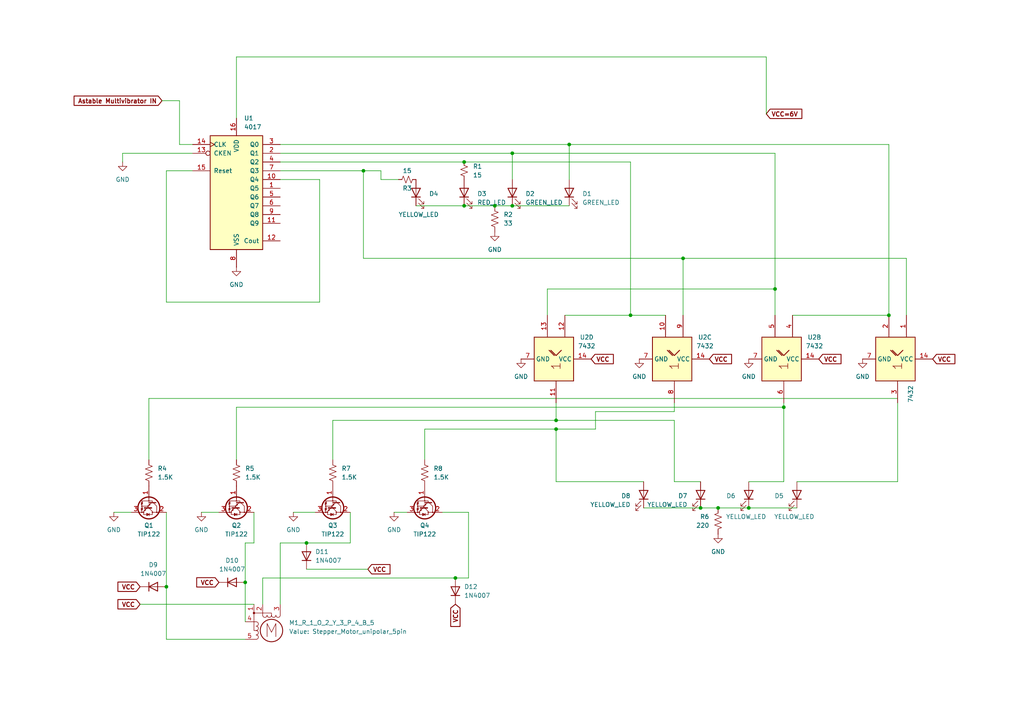
<source format=kicad_sch>
(kicad_sch (version 20231120) (generator "eeschema") (generator_version "8.0")
  (paper "A4")
  (title_block (title "Electromechanical Stopwatch") (date "2024-05-20"))
  (lib_symbols
    (symbol "4xxx:4017" (pin_names (offset 1.016))
      (property "Reference" "U" (at -7.62 16.51 0))
      (property "Value" "4017" (at -7.62 -19.05 0))
      (symbol "4017_1_0"
        (pin output line (at 12.7 0 180) (length 5.08) (name "Q5") (number "1"))
        (pin output line (at 12.7 2.54 180) (length 5.08) (name "Q4") (number "10"))
        (pin output line (at 12.7 -10.16 180) (length 5.08) (name "Q9") (number "11"))
        (pin output line (at 12.7 -15.24 180) (length 5.08) (name "Cout") (number "12"))
        (pin input inverted (at -12.7 10.16 0) (length 5.08) (name "CKEN") (number "13"))
        (pin input clock (at -12.7 12.7 0) (length 5.08) (name "CLK") (number "14"))
        (pin input line (at -12.7 5.08 0) (length 5.08) (name "Reset") (number "15"))
        (pin power_in line (at 0 20.32 270) (length 5.08) (name "VDD") (number "16"))
        (pin output line (at 12.7 10.16 180) (length 5.08) (name "Q1") (number "2"))
        (pin output line (at 12.7 12.7 180) (length 5.08) (name "Q0") (number "3"))
        (pin output line (at 12.7 7.62 180) (length 5.08) (name "Q2") (number "4"))
        (pin output line (at 12.7 -2.54 180) (length 5.08) (name "Q6") (number "5"))
        (pin output line (at 12.7 -5.08 180) (length 5.08) (name "Q7") (number "6"))
        (pin output line (at 12.7 5.08 180) (length 5.08) (name "Q3") (number "7"))
        (pin power_in line (at 0 -22.86 90) (length 5.08) (name "VSS") (number "8"))
        (pin output line (at 12.7 -7.62 180) (length 5.08) (name "Q8") (number "9"))
      )
      (symbol "4017_1_1"
        (rectangle (start -7.62 15.24) (end 7.62 -17.78) (stroke (width 0.254)) (fill (type background)))
      )
    )
    (symbol "74xx_IEEE:7432"
      (property "Reference" "U" (at 2.54 6.35 0))
      (property "Value" "7432" (at 3.81 -7.62 0))
      (symbol "7432_0_1"
        (rectangle (start -6.35 5.08) (end 6.35 -6.35) (stroke (width 0.254)) (fill (type background)))
        (polyline (pts (xy -2.54 -2.032) (xy -1.016 -0.508) (xy -1.016 -0.508)) (stroke (width 0.254)) (fill (type background)))
        (polyline (pts (xy -2.54 1.524) (xy -2.54 1.524) (xy -1.016 0) (xy -2.54 -1.524) (xy -2.54 -1.524)) (stroke (width 0.254)) (fill (type background)))
        (text "1" (at 2.032 0 0) (effects (font (size 2.54 2.54))))
        (pin power_in line (at 0 10.16 270) (length 5.08) (name "VCC") (number "14"))
        (pin power_in line (at 0 -10.16 90) (length 3.81) (name "GND") (number "7"))
      )
      (symbol "7432_1_1"
        (pin input line (at -12.7 2.54 0) (length 6.35) (name "~") (number "1"))
        (pin input line (at -12.7 -2.54 0) (length 6.35) (name "~") (number "2"))
        (pin output line (at 12.7 0 180) (length 6.35) (name "~") (number "3"))
      )
      (symbol "7432_2_1"
        (pin input line (at -12.7 2.54 0) (length 6.35) (name "~") (number "4"))
        (pin input line (at -12.7 -2.54 0) (length 6.35) (name "~") (number "5"))
        (pin output line (at 12.7 0 180) (length 6.35) (name "~") (number "6"))
      )
      (symbol "7432_3_1"
        (pin input line (at -12.7 -2.54 0) (length 6.35) (name "~") (number "10"))
        (pin output line (at 12.7 0 180) (length 6.35) (name "~") (number "8"))
        (pin input line (at -12.7 2.54 0) (length 6.35) (name "~") (number "9"))
      )
      (symbol "7432_4_1"
        (pin output line (at 12.7 0 180) (length 6.35) (name "~") (number "11"))
        (pin input line (at -12.7 2.54 0) (length 6.35) (name "~") (number "12"))
        (pin input line (at -12.7 -2.54 0) (length 6.35) (name "~") (number "13"))
      )
    )
    (symbol "Device:LED" (pin_numbers hide) (pin_names (offset 1.016) hide)
      (property "Reference" "D" (at 0 2.54 0))
      (property "Value" "LED" (at 0 -2.54 0))
      (symbol "LED_0_1"
        (polyline (pts (xy -1.27 -1.27) (xy -1.27 1.27)) (stroke (width 0.254)))
        (polyline (pts (xy -1.27 0) (xy 1.27 0)))
        (polyline (pts (xy 1.27 -1.27) (xy 1.27 1.27) (xy -1.27 0) (xy 1.27 -1.27)) (stroke (width 0.254)))
        (polyline (pts (xy -3.048 -0.762) (xy -4.572 -2.286) (xy -3.81 -2.286) (xy -4.572 -2.286) (xy -4.572 -1.524)))
        (polyline (pts (xy -1.778 -0.762) (xy -3.302 -2.286) (xy -2.54 -2.286) (xy -3.302 -2.286) (xy -3.302 -1.524)))
      )
      (symbol "LED_1_1"
        (pin passive line (at -3.81 0 0) (length 2.54) (name "K") (number "1"))
        (pin passive line (at 3.81 0 180) (length 2.54) (name "A") (number "2"))
      )
    )
    (symbol "Device:R_Small_US" (pin_numbers hide) (pin_names (offset 0.254) hide)
      (property "Reference" "R" (at 0.762 0.508 0))
      (property "Value" "R_Small_US" (at 0.762 -1.016 0))
      (symbol "R_Small_US_1_1"
        (polyline (pts (xy 0 0) (xy 1.016 -0.381) (xy 0 -0.762) (xy -1.016 -1.143) (xy 0 -1.524)))
        (polyline (pts (xy 0 1.524) (xy 1.016 1.143) (xy 0 0.762) (xy -1.016 0.381) (xy 0 0)))
        (pin passive line (at 0 2.54 270) (length 1.016) (name "~") (number "1"))
        (pin passive line (at 0 -2.54 90) (length 1.016) (name "~") (number "2"))
      )
    )
    (symbol "Device:R_US" (pin_numbers hide) (pin_names (offset 0))
      (property "Reference" "R" (at 2.54 0 90))
      (property "Value" "R_US" (at -2.54 0 90))
      (symbol "R_US_0_1"
        (polyline (pts (xy 0 -2.286) (xy 0 -2.54)))
        (polyline (pts (xy 0 2.286) (xy 0 2.54)))
        (polyline (pts (xy 0 -0.762) (xy 1.016 -1.143) (xy 0 -1.524) (xy -1.016 -1.905) (xy 0 -2.286)))
        (polyline (pts (xy 0 0.762) (xy 1.016 0.381) (xy 0 0) (xy -1.016 -0.381) (xy 0 -0.762)))
        (polyline (pts (xy 0 2.286) (xy 1.016 1.905) (xy 0 1.524) (xy -1.016 1.143) (xy 0 0.762)))
      )
      (symbol "R_US_1_1"
        (pin passive line (at 0 3.81 270) (length 1.27) (name "~") (number "1"))
        (pin passive line (at 0 -3.81 90) (length 1.27) (name "~") (number "2"))
      )
    )
    (symbol "Diode:1N4007" (pin_numbers hide) (pin_names hide)
      (property "Reference" "D" (at 0 2.54 0))
      (property "Value" "1N4007" (at 0 -2.54 0))
      (symbol "1N4007_0_1"
        (polyline (pts (xy -1.27 1.27) (xy -1.27 -1.27)) (stroke (width 0.254)))
        (polyline (pts (xy 1.27 0) (xy -1.27 0)))
        (polyline (pts (xy 1.27 1.27) (xy 1.27 -1.27) (xy -1.27 0) (xy 1.27 1.27)) (stroke (width 0.254)))
      )
      (symbol "1N4007_1_1"
        (pin passive line (at -3.81 0 0) (length 2.54) (name "K") (number "1"))
        (pin passive line (at 3.81 0 180) (length 2.54) (name "A") (number "2"))
      )
    )
    (symbol "Motor:Stepper_Motor_unipolar_5pin" (pin_names (offset 0) hide)
      (property "Reference" "M" (at 3.81 2.54 0))
      (property "Value" "Stepper_Motor_unipolar_5pin" (at 3.81 1.27 0))
      (symbol "Stepper_Motor_unipolar_5pin_0_0"
        (polyline (pts (xy -1.27 -1.778) (xy -1.27 2.032) (xy 0 -0.508) (xy 1.27 2.032) (xy 1.27 -1.778)))
      )
      (symbol "Stepper_Motor_unipolar_5pin_0_1"
        (circle (center -5.08 5.08) (radius 0.0001) (fill (type outline)))
        (circle (center -5.08 5.08) (radius 0.254) (fill (type outline)))
        (arc (start -4.445 -2.54) (mid -3.8127 -1.905) (end -4.445 -1.27))
        (arc (start -4.445 -1.27) (mid -3.8127 -0.635) (end -4.445 0))
        (arc (start -4.445 0) (mid -3.8127 0.635) (end -4.445 1.27))
        (arc (start -4.445 1.27) (mid -3.8127 1.905) (end -4.445 2.54))
        (arc (start -2.54 4.445) (mid -1.905 3.8127) (end -1.27 4.445))
        (arc (start -1.27 4.445) (mid -0.635 3.8127) (end 0 4.445))
        (polyline (pts (xy -5.08 -2.54) (xy -4.445 -2.54)))
        (polyline (pts (xy -5.08 2.54) (xy -4.445 2.54)))
        (polyline (pts (xy -2.54 4.445) (xy -2.54 5.08)))
        (polyline (pts (xy 2.54 4.445) (xy 2.54 5.08)))
        (polyline (pts (xy -5.08 5.08) (xy -5.08 0) (xy -4.445 0)))
        (polyline (pts (xy 0 4.445) (xy 0 5.08) (xy -5.08 5.08)))
        (circle (center 0 0) (radius 3.2512) (stroke (width 0.254)))
        (arc (start 0 4.445) (mid 0.635 3.8127) (end 1.27 4.445))
        (arc (start 1.27 4.445) (mid 1.905 3.8127) (end 2.54 4.445))
      )
      (symbol "Stepper_Motor_unipolar_5pin_1_1"
        (pin passive line (at -5.08 7.62 270) (length 2.54) (name "~") (number "1"))
        (pin passive line (at -2.54 7.62 270) (length 2.54) (name "~") (number "2"))
        (pin passive line (at 2.54 7.62 270) (length 2.54) (name "-") (number "3"))
        (pin passive line (at -7.62 2.54 0) (length 2.54) (name "~") (number "4"))
        (pin passive line (at -7.62 -2.54 0) (length 2.54) (name "~") (number "5"))
      )
    )
    (symbol "Transistor_BJT:TIP122" (pin_names (offset 0) hide)
      (property "Reference" "Q" (at 5.08 1.905 0))
      (property "Value" "TIP122" (at 5.08 0 0))
      (symbol "TIP122_0_1"
        (circle (center -0.762 0) (radius 0.127))
        (polyline (pts (xy -1.27 0) (xy -0.889 0)))
        (polyline (pts (xy 2.54 -2.032) (xy 2.54 -2.54)))
        (polyline (pts (xy 2.54 -1.524) (xy 3.175 -1.524)))
        (polyline (pts (xy 2.794 0.127) (xy 3.556 0.127)))
        (polyline (pts (xy 3.175 -0.635) (xy 3.175 -1.524)))
        (polyline (pts (xy 3.175 1.016) (xy 2.54 1.016)))
        (polyline (pts (xy 3.175 1.016) (xy 3.175 0.127)))
        (polyline (pts (xy -0.254 0.762) (xy 0.762 -0.254) (xy 1.27 -0.254)))
        (polyline (pts (xy -0.254 1.016) (xy -0.762 1.016) (xy -0.762 -2.032)))
        (polyline (pts (xy -0.254 1.27) (xy 0.762 2.286) (xy 2.54 2.286)))
        (polyline (pts (xy -0.254 2.032) (xy -0.254 0) (xy -0.254 0)) (stroke (width 0.3048)))
        (polyline (pts (xy 1.27 0.762) (xy 1.27 -1.27) (xy 1.27 -1.27)) (stroke (width 0.381)))
        (polyline (pts (xy 0.635 -0.127) (xy 0.381 0.381) (xy 0.127 0.127) (xy 0.635 -0.127)))
        (polyline (pts (xy 1.27 -0.508) (xy 2.286 -1.524) (xy 2.54 -1.524) (xy 2.54 -2.032)))
        (polyline (pts (xy 1.27 0) (xy 2.286 1.016) (xy 2.54 1.016) (xy 2.54 2.286)))
        (polyline (pts (xy 2.159 -1.397) (xy 1.905 -0.889) (xy 1.651 -1.143) (xy 2.159 -1.397)))
        (polyline (pts (xy 3.175 0.127) (xy 2.794 -0.635) (xy 3.556 -0.635) (xy 3.175 0.127)) (fill (type outline)))
        (polyline (pts (xy 0.762 -2.032) (xy 0.381 -2.032) (xy 0.254 -2.286) (xy 0.127 -1.778) (xy 0 -2.286) (xy -0.127 -1.778) (xy -0.254 -2.286) (xy -0.381 -1.778) (xy -0.508 -2.032) (xy -0.762 -2.032)))
        (polyline (pts (xy 0.762 -0.254) (xy 0.762 -2.032) (xy 1.143 -2.032) (xy 1.27 -1.778) (xy 1.397 -2.286) (xy 1.524 -1.778) (xy 1.651 -2.286) (xy 1.778 -1.778) (xy 1.905 -2.286) (xy 2.032 -2.032) (xy 2.54 -2.032)))
        (circle (center 0.762 -2.032) (radius 0.127))
        (circle (center 0.762 -0.254) (radius 0.127))
        (circle (center 1.27 0) (radius 3.175) (stroke (width 0.3556)))
        (circle (center 2.54 -2.032) (radius 0.127))
        (circle (center 2.54 -1.524) (radius 0.127))
        (circle (center 2.54 1.016) (radius 0.127))
        (circle (center 2.54 2.286) (radius 0.127))
      )
      (symbol "TIP122_1_1"
        (pin input line (at -5.08 0 0) (length 3.81) (name "B") (number "1"))
        (pin passive line (at 2.54 5.08 270) (length 2.667) (name "C") (number "2"))
        (pin passive line (at 2.54 -5.08 90) (length 2.54) (name "E") (number "3"))
      )
    )
    (symbol "power:GND" (power) (pin_numbers hide) (pin_names (offset 0) hide)
      (property "Value" "GND" (at 0 -3.81 0))
      (symbol "GND_0_1"
        (polyline (pts (xy 0 0) (xy 0 -1.27) (xy 1.27 -1.27) (xy 0 -2.54) (xy -1.27 -1.27) (xy 0 -1.27)))
      )
      (symbol "GND_1_1"
        (pin power_in line (at 0 0 270) (length 0) (name "~") (number "1"))
      )
    )
  )
  (junction (at 203.2 147.32))
  (junction (at 224.79 83.82))
  (junction (at 105.41 49.53))
  (junction (at 257.81 91.44))
  (junction (at 161.29 124.46))
  (junction (at 148.59 44.45))
  (junction (at 143.51 59.69))
  (junction (at 48.26 170.18))
  (junction (at 198.12 74.93))
  (junction (at 134.62 46.99))
  (junction (at 71.12 168.91))
  (junction (at 165.1 41.91))
  (junction (at 161.29 121.92))
  (junction (at 88.9 157.48))
  (junction (at 227.33 118.11))
  (junction (at 217.17 147.32))
  (junction (at 208.28 147.32))
  (junction (at 132.08 167.64))
  (junction (at 134.62 59.69))
  (junction (at 148.59 59.69))
  (junction (at 182.88 91.44))
  (wire (pts (xy 92.71 52.07) (xy 92.71 87.63)))
  (wire (pts (xy 172.72 119.38) (xy 172.72 124.46)))
  (wire (pts (xy 203.2 147.32) (xy 208.28 147.32)))
  (wire (pts (xy 132.08 167.64) (xy 135.89 167.64)))
  (wire (pts (xy 165.1 41.91) (xy 165.1 52.07)))
  (wire (pts (xy 231.14 147.32) (xy 217.17 147.32)))
  (wire (pts (xy 43.18 133.35) (xy 43.18 115.57)))
  (wire (pts (xy 68.58 133.35) (xy 68.58 118.11)))
  (wire (pts (xy 135.89 148.59) (xy 128.27 148.59)))
  (wire (pts (xy 222.25 16.51) (xy 222.25 33.02)))
  (wire (pts (xy 158.75 83.82) (xy 158.75 91.44)))
  (wire (pts (xy 85.09 148.59) (xy 91.44 148.59)))
  (wire (pts (xy 71.12 168.91) (xy 71.12 157.48)))
  (wire (pts (xy 48.26 170.18) (xy 48.26 148.59)))
  (wire (pts (xy 96.52 133.35) (xy 96.52 121.92)))
  (wire (pts (xy 224.79 83.82) (xy 224.79 91.44)))
  (wire (pts (xy 71.12 185.42) (xy 48.26 185.42)))
  (wire (pts (xy 58.42 148.59) (xy 63.5 148.59)))
  (wire (pts (xy 161.29 116.84) (xy 161.29 121.92)))
  (wire (pts (xy 148.59 44.45) (xy 224.79 44.45)))
  (wire (pts (xy 195.58 116.84) (xy 195.58 119.38)))
  (wire (pts (xy 182.88 91.44) (xy 163.83 91.44)))
  (wire (pts (xy 55.88 44.45) (xy 35.56 44.45)))
  (wire (pts (xy 110.49 52.07) (xy 110.49 49.53)))
  (wire (pts (xy 48.26 87.63) (xy 48.26 49.53)))
  (wire (pts (xy 110.49 49.53) (xy 105.41 49.53)))
  (wire (pts (xy 161.29 121.92) (xy 195.58 121.92)))
  (wire (pts (xy 134.62 46.99) (xy 81.28 46.99)))
  (wire (pts (xy 195.58 119.38) (xy 172.72 119.38)))
  (wire (pts (xy 101.6 157.48) (xy 101.6 148.59)))
  (wire (pts (xy 33.02 148.59) (xy 38.1 148.59)))
  (wire (pts (xy 92.71 87.63) (xy 48.26 87.63)))
  (wire (pts (xy 105.41 49.53) (xy 81.28 49.53)))
  (wire (pts (xy 143.51 59.69) (xy 148.59 59.69)))
  (wire (pts (xy 114.3 148.59) (xy 118.11 148.59)))
  (wire (pts (xy 81.28 157.48) (xy 88.9 157.48)))
  (wire (pts (xy 198.12 91.44) (xy 198.12 74.93)))
  (wire (pts (xy 52.07 29.21) (xy 46.99 29.21)))
  (wire (pts (xy 165.1 41.91) (xy 257.81 41.91)))
  (wire (pts (xy 198.12 74.93) (xy 262.89 74.93)))
  (wire (pts (xy 73.66 157.48) (xy 73.66 148.59)))
  (wire (pts (xy 88.9 157.48) (xy 101.6 157.48)))
  (wire (pts (xy 105.41 74.93) (xy 198.12 74.93)))
  (wire (pts (xy 227.33 118.11) (xy 227.33 139.7)))
  (wire (pts (xy 231.14 139.7) (xy 260.35 139.7)))
  (wire (pts (xy 76.2 167.64) (xy 132.08 167.64)))
  (wire (pts (xy 172.72 124.46) (xy 161.29 124.46)))
  (wire (pts (xy 88.9 165.1) (xy 106.68 165.1)))
  (wire (pts (xy 134.62 46.99) (xy 182.88 46.99)))
  (wire (pts (xy 105.41 49.53) (xy 105.41 74.93)))
  (wire (pts (xy 257.81 91.44) (xy 257.81 41.91)))
  (wire (pts (xy 262.89 74.93) (xy 262.89 91.44)))
  (wire (pts (xy 81.28 52.07) (xy 92.71 52.07)))
  (wire (pts (xy 48.26 49.53) (xy 55.88 49.53)))
  (wire (pts (xy 43.18 115.57) (xy 260.35 115.57)))
  (wire (pts (xy 123.19 124.46) (xy 161.29 124.46)))
  (wire (pts (xy 71.12 157.48) (xy 73.66 157.48)))
  (wire (pts (xy 123.19 133.35) (xy 123.19 124.46)))
  (wire (pts (xy 229.87 91.44) (xy 257.81 91.44)))
  (wire (pts (xy 260.35 139.7) (xy 260.35 116.84)))
  (wire (pts (xy 81.28 175.26) (xy 81.28 157.48)))
  (wire (pts (xy 115.57 52.07) (xy 110.49 52.07)))
  (wire (pts (xy 161.29 139.7) (xy 186.69 139.7)))
  (wire (pts (xy 148.59 44.45) (xy 81.28 44.45)))
  (wire (pts (xy 135.89 167.64) (xy 135.89 148.59)))
  (wire (pts (xy 52.07 41.91) (xy 55.88 41.91)))
  (wire (pts (xy 224.79 44.45) (xy 224.79 83.82)))
  (wire (pts (xy 186.69 147.32) (xy 203.2 147.32)))
  (wire (pts (xy 68.58 34.29) (xy 68.58 16.51)))
  (wire (pts (xy 68.58 118.11) (xy 227.33 118.11)))
  (wire (pts (xy 71.12 180.34) (xy 71.12 168.91)))
  (wire (pts (xy 96.52 121.92) (xy 161.29 121.92)))
  (wire (pts (xy 193.04 91.44) (xy 182.88 91.44)))
  (wire (pts (xy 195.58 121.92) (xy 195.58 139.7)))
  (wire (pts (xy 40.64 175.26) (xy 73.66 175.26)))
  (wire (pts (xy 227.33 139.7) (xy 217.17 139.7)))
  (wire (pts (xy 68.58 16.51) (xy 222.25 16.51)))
  (wire (pts (xy 148.59 59.69) (xy 165.1 59.69)))
  (wire (pts (xy 182.88 46.99) (xy 182.88 91.44)))
  (wire (pts (xy 148.59 52.07) (xy 148.59 44.45)))
  (wire (pts (xy 48.26 185.42) (xy 48.26 170.18)))
  (wire (pts (xy 120.65 59.69) (xy 134.62 59.69)))
  (wire (pts (xy 35.56 44.45) (xy 35.56 46.99)))
  (wire (pts (xy 224.79 83.82) (xy 158.75 83.82)))
  (wire (pts (xy 195.58 139.7) (xy 203.2 139.7)))
  (wire (pts (xy 76.2 175.26) (xy 76.2 167.64)))
  (wire (pts (xy 134.62 59.69) (xy 143.51 59.69)))
  (wire (pts (xy 52.07 29.21) (xy 52.07 41.91)))
  (wire (pts (xy 161.29 124.46) (xy 161.29 139.7)))
  (wire (pts (xy 81.28 41.91) (xy 165.1 41.91)))
  (wire (pts (xy 227.33 116.84) (xy 227.33 118.11)))
  (wire (pts (xy 217.17 147.32) (xy 208.28 147.32)))
  (global_label "VCC" (shape input) (at 270.51 104.14 0) (effects (font (bold yes))) (property "Intersheetrefs" "${INTERSHEET_REFS}" (effects (hide yes))))
  (global_label "VCC" (shape input) (at 171.45 104.14 0) (effects (font (bold yes))) (property "Intersheetrefs" "${INTERSHEET_REFS}" (effects (hide yes))))
  (global_label "VCC" (shape input) (at 237.49 104.14 0) (effects (font (bold yes))) (property "Intersheetrefs" "${INTERSHEET_REFS}" (effects (hide yes))))
  (global_label "VCC" (shape input) (at 106.68 165.1 0) (effects (font (bold yes))) (property "Intersheetrefs" "${INTERSHEET_REFS}" (effects (hide yes))))
  (global_label "VCC" (shape input) (at 205.74 104.14 0) (effects (font (bold yes))) (property "Intersheetrefs" "${INTERSHEET_REFS}" (effects (hide yes))))
  (global_label "VCC" (shape input) (at 132.08 175.26 270) (effects (font (bold yes))) (property "Intersheetrefs" "${INTERSHEET_REFS}" (effects (hide yes))))
  (global_label "VCC=6V" (shape input) (at 222.25 33.02 0) (effects (font (bold yes))) (property "Intersheetrefs" "${INTERSHEET_REFS}" (effects (hide yes))))
  (global_label "VCC" (shape input) (at 63.5 168.91 180) (effects (font (bold yes))) (property "Intersheetrefs" "${INTERSHEET_REFS}" (effects (hide yes))))
  (global_label "VCC" (shape input) (at 40.64 170.18 180) (effects (font (bold yes))) (property "Intersheetrefs" "${INTERSHEET_REFS}" (effects (hide yes))))
  (global_label "Astable Multivibrator IN" (shape input) (at 46.99 29.21 180) (effects (font (thickness 0.254) (bold yes))) (property "Intersheetrefs" "${INTERSHEET_REFS}" (effects (hide yes))))
  (global_label "VCC" (shape input) (at 40.64 175.26 180) (effects (font (bold yes))) (property "Intersheetrefs" "${INTERSHEET_REFS}" (effects (hide yes))))
  (symbol (lib_id "Device:R_US") (at 96.52 137.16 0) (unit 1)
    (property "Reference" "R7" (at 99.06 135.8899 0) (effects (justify left)))
    (property "Value" "1.5K" (at 99.06 138.4299 0) (effects (justify left)))
    (property "Description" "Resistor, US symbol" (effects (hide yes)))
  )
  (symbol (lib_id "74xx_IEEE:7432") (at 227.33 104.14 270) (unit 2)
    (property "Reference" "U2" (at 236.22 97.8214 90))
    (property "Value" "7432" (at 236.22 100.3614 90))
  )
  (symbol (lib_id "Device:LED") (at 148.59 55.88 90) (unit 1)
    (property "Reference" "D2" (at 152.4 56.1974 90) (effects (justify right)))
    (property "Value" "GREEN_LED" (at 152.4 58.7374 90) (effects (justify right)))
    (property "Description" "Light emitting diode" (effects (hide yes)))
  )
  (symbol (lib_id "Diode:1N4007") (at 67.31 168.91 0) (unit 1)
    (property "Reference" "D10" (at 67.31 162.56 0))
    (property "Value" "1N4007" (at 67.31 165.1 0))
    (property "Footprint" "Diode_THT:D_DO-41_SOD81_P10.16mm_Horizontal" (effects (hide yes)))
    (property "Datasheet" "http://www.vishay.com/docs/88503/1n4001.pdf" (effects (hide yes)))
    (property "Description" "1000V 1A General Purpose Rectifier Diode, DO-41" (effects (hide yes)))
    (property "Sim.Device" "D" (effects (hide yes)))
    (property "Sim.Pins" "1=K 2=A" (effects (hide yes)))
  )
  (symbol (lib_id "74xx_IEEE:7432") (at 260.35 104.14 270) (unit 1)
    (property "Reference" "U2" (effects (hide yes)))
    (property "Value" "7432" (at 264.1286 114.3 0))
  )
  (symbol (lib_id "Device:R_US") (at 68.58 137.16 0) (unit 1)
    (property "Reference" "R5" (at 71.12 135.8899 0) (effects (justify left)))
    (property "Value" "1.5K" (at 71.12 138.4299 0) (effects (justify left)))
    (property "Description" "Resistor, US symbol" (effects (hide yes)))
  )
  (symbol (lib_id "power:GND") (at 58.42 148.59 0) (unit 1)
    (property "Reference" "#PWR06" (effects (hide yes)))
    (property "Value" "GND" (at 58.42 153.67 0))
    (property "Description" "Power symbol creates a global label with name \"GND\" , ground" (effects (hide yes)))
  )
  (symbol (lib_id "Device:R_US") (at 208.28 151.13 0) (mirror y) (unit 1)
    (property "Reference" "R6" (at 205.74 149.8599 0) (effects (justify left)))
    (property "Value" "220" (at 205.74 152.3999 0) (effects (justify left)))
    (property "Description" "Resistor, US symbol" (effects (hide yes)))
  )
  (symbol (lib_id "74xx_IEEE:7432") (at 161.29 104.14 270) (unit 4)
    (property "Reference" "U2" (at 170.18 97.8214 90))
    (property "Value" "7432" (at 170.18 100.3614 90))
  )
  (symbol (lib_id "power:GND") (at 35.56 46.99 0) (unit 1)
    (property "Reference" "#PWR03" (effects (hide yes)))
    (property "Value" "GND" (at 35.56 52.07 0))
    (property "Description" "Power symbol creates a global label with name \"GND\" , ground" (effects (hide yes)))
  )
  (symbol (lib_id "Device:LED") (at 217.17 143.51 270) (mirror x) (unit 1)
    (property "Reference" "D6" (at 213.36 143.8274 90) (effects (justify right)))
    (property "Value" "YELLOW_LED" (at 222.25 149.86 90) (effects (justify right)))
    (property "Description" "Light emitting diode" (effects (hide yes)))
  )
  (symbol (lib_id "power:GND") (at 33.02 148.59 0) (unit 1)
    (property "Reference" "#PWR05" (effects (hide yes)))
    (property "Value" "GND" (at 33.02 153.67 0))
    (property "Description" "Power symbol creates a global label with name \"GND\" , ground" (effects (hide yes)))
  )
  (symbol (lib_id "power:GND") (at 114.3 148.59 0) (unit 1)
    (property "Reference" "#PWR08" (effects (hide yes)))
    (property "Value" "GND" (at 114.3 153.67 0))
    (property "Description" "Power symbol creates a global label with name \"GND\" , ground" (effects (hide yes)))
  )
  (symbol (lib_id "power:GND") (at 250.19 104.14 0) (unit 1)
    (property "Reference" "#PWR012" (effects (hide yes)))
    (property "Value" "GND" (at 250.19 109.22 0))
    (property "Description" "Power symbol creates a global label with name \"GND\" , ground" (effects (hide yes)))
  )
  (symbol (lib_id "Transistor_BJT:TIP122") (at 96.52 146.05 270) (unit 1)
    (property "Reference" "Q3" (at 96.52 152.4 90))
    (property "Value" "TIP122" (at 96.52 154.94 90))
    (property "Footprint" "Package_TO_SOT_THT:TO-220-3_Vertical" (effects (hide yes)))
    (property "Datasheet" "https://www.onsemi.com/pub/Collateral/TIP120-D.PDF" (effects (hide yes)))
    (property "Description" "5A Ic, 100V Vce, Silicon Darlington Power NPN Transistor, TO-220" (effects (hide yes)))
  )
  (symbol (lib_id "power:GND") (at 85.09 148.59 0) (unit 1)
    (property "Reference" "#PWR07" (effects (hide yes)))
    (property "Value" "GND" (at 85.09 153.67 0))
    (property "Description" "Power symbol creates a global label with name \"GND\" , ground" (effects (hide yes)))
  )
  (symbol (lib_id "Device:R_US") (at 43.18 137.16 0) (unit 1)
    (property "Reference" "R4" (at 45.72 135.8899 0) (effects (justify left)))
    (property "Value" "1.5K" (at 45.72 138.4299 0) (effects (justify left)))
    (property "Description" "Resistor, US symbol" (effects (hide yes)))
  )
  (symbol (lib_id "Diode:1N4007") (at 44.45 170.18 0) (unit 1)
    (property "Reference" "D9" (at 44.45 163.83 0))
    (property "Value" "1N4007" (at 44.45 166.37 0))
    (property "Footprint" "Diode_THT:D_DO-41_SOD81_P10.16mm_Horizontal" (effects (hide yes)))
    (property "Datasheet" "http://www.vishay.com/docs/88503/1n4001.pdf" (effects (hide yes)))
    (property "Description" "1000V 1A General Purpose Rectifier Diode, DO-41" (effects (hide yes)))
    (property "Sim.Device" "D" (effects (hide yes)))
    (property "Sim.Pins" "1=K 2=A" (effects (hide yes)))
  )
  (symbol (lib_id "power:GND") (at 185.42 104.14 0) (unit 1)
    (property "Reference" "#PWR010" (effects (hide yes)))
    (property "Value" "GND" (at 185.42 109.22 0))
    (property "Description" "Power symbol creates a global label with name \"GND\" , ground" (effects (hide yes)))
  )
  (symbol (lib_id "Device:LED") (at 120.65 55.88 90) (unit 1)
    (property "Reference" "D4" (at 124.46 56.1974 90) (effects (justify right)))
    (property "Value" "YELLOW_LED" (at 115.57 62.23 90) (effects (justify right)))
    (property "Description" "Light emitting diode" (effects (hide yes)))
  )
  (symbol (lib_id "Device:R_US") (at 143.51 63.5 0) (unit 1)
    (property "Reference" "R2" (at 146.05 62.2299 0) (effects (justify left)))
    (property "Value" "33" (at 146.05 64.7699 0) (effects (justify left)))
    (property "Description" "Resistor, US symbol" (effects (hide yes)))
  )
  (symbol (lib_id "Device:R_US") (at 123.19 137.16 0) (unit 1)
    (property "Reference" "R8" (at 125.73 135.8899 0) (effects (justify left)))
    (property "Value" "1.5K" (at 125.73 138.4299 0) (effects (justify left)))
    (property "Description" "Resistor, US symbol" (effects (hide yes)))
  )
  (symbol (lib_id "Device:R_Small_US") (at 118.11 52.07 90) (unit 1)
    (property "Reference" "R3" (at 118.11 54.61 90))
    (property "Value" "15" (at 118.11 49.53 90))
    (property "Description" "Resistor, small US symbol" (effects (hide yes)))
  )
  (symbol (lib_id "Device:LED") (at 165.1 55.88 90) (unit 1)
    (property "Reference" "D1" (at 168.91 56.1974 90) (effects (justify right)))
    (property "Value" "GREEN_LED" (at 168.91 58.7374 90) (effects (justify right)))
    (property "Description" "Light emitting diode" (effects (hide yes)))
  )
  (symbol (lib_id "Device:LED") (at 186.69 143.51 270) (mirror x) (unit 1)
    (property "Reference" "D8" (at 182.88 143.8274 90) (effects (justify right)))
    (property "Value" "YELLOW_LED" (at 182.88 146.3674 90) (effects (justify right)))
    (property "Description" "Light emitting diode" (effects (hide yes)))
  )
  (symbol (lib_id "Device:LED") (at 231.14 143.51 270) (mirror x) (unit 1)
    (property "Reference" "D5" (at 227.33 143.8274 90) (effects (justify right)))
    (property "Value" "YELLOW_LED" (at 236.22 149.86 90) (effects (justify right)))
    (property "Description" "Light emitting diode" (effects (hide yes)))
  )
  (symbol (lib_id "Diode:1N4007") (at 88.9 161.29 90) (unit 1)
    (property "Reference" "D11" (at 91.44 160.0199 90) (effects (justify right)))
    (property "Value" "1N4007" (at 91.44 162.5599 90) (effects (justify right)))
    (property "Footprint" "Diode_THT:D_DO-41_SOD81_P10.16mm_Horizontal" (effects (hide yes)))
    (property "Datasheet" "http://www.vishay.com/docs/88503/1n4001.pdf" (effects (hide yes)))
    (property "Description" "1000V 1A General Purpose Rectifier Diode, DO-41" (effects (hide yes)))
    (property "Sim.Device" "D" (effects (hide yes)))
    (property "Sim.Pins" "1=K 2=A" (effects (hide yes)))
  )
  (symbol (lib_id "Device:LED") (at 134.62 55.88 90) (unit 1)
    (property "Reference" "D3" (at 138.43 56.1974 90) (effects (justify right)))
    (property "Value" "RED_LED" (at 138.43 58.7374 90) (effects (justify right)))
    (property "Description" "Light emitting diode" (effects (hide yes)))
  )
  (symbol (lib_id "Motor:Stepper_Motor_unipolar_5pin") (at 78.74 182.88 0) (unit 1)
    (property "Reference" "M1_R_1_O_2_Y_3_P_4_B_5" (at 83.82 180.632 0) (effects (justify left)))
    (property "Value" "Stepper_Motor_unipolar_5pin" (at 83.82 183.172 0) (show_name yes) (effects (justify left)))
    (property "Datasheet" "http://www.infineon.com/dgdl/Application-Note-TLE8110EE_driving_UniPolarStepperMotor_V1.1.pdf?fileId=db3a30431be39b97011be5d0aa0a00b0" (effects (hide yes)))
    (property "Description" "5-wire unipolar stepper motor" (effects (hide yes)))
  )
  (symbol (lib_id "Diode:1N4007") (at 132.08 171.45 90) (unit 1)
    (property "Reference" "D12" (at 134.62 170.1799 90) (effects (justify right)))
    (property "Value" "1N4007" (at 134.62 172.7199 90) (effects (justify right)))
    (property "Footprint" "Diode_THT:D_DO-41_SOD81_P10.16mm_Horizontal" (effects (hide yes)))
    (property "Datasheet" "http://www.vishay.com/docs/88503/1n4001.pdf" (effects (hide yes)))
    (property "Description" "1000V 1A General Purpose Rectifier Diode, DO-41" (effects (hide yes)))
    (property "Sim.Device" "D" (effects (hide yes)))
    (property "Sim.Pins" "1=K 2=A" (effects (hide yes)))
  )
  (symbol (lib_id "power:GND") (at 68.58 77.47 0) (unit 1)
    (property "Reference" "#PWR01" (effects (hide yes)))
    (property "Value" "GND" (at 68.58 82.55 0))
    (property "Description" "Power symbol creates a global label with name \"GND\" , ground" (effects (hide yes)))
  )
  (symbol (lib_id "power:GND") (at 208.28 154.94 0) (mirror y) (unit 1)
    (property "Reference" "#PWR04" (effects (hide yes)))
    (property "Value" "GND" (at 208.28 160.02 0))
    (property "Description" "Power symbol creates a global label with name \"GND\" , ground" (effects (hide yes)))
  )
  (symbol (lib_id "74xx_IEEE:7432") (at 195.58 104.14 270) (unit 3)
    (property "Reference" "U2" (at 204.47 97.8214 90))
    (property "Value" "7432" (at 204.47 100.3614 90))
  )
  (symbol (lib_id "power:GND") (at 217.17 104.14 0) (unit 1)
    (property "Reference" "#PWR011" (effects (hide yes)))
    (property "Value" "GND" (at 217.17 109.22 0))
    (property "Description" "Power symbol creates a global label with name \"GND\" , ground" (effects (hide yes)))
  )
  (symbol (lib_id "4xxx:4017") (at 68.58 54.61 0) (unit 1)
    (property "Reference" "U1" (at 70.7741 34.29 0) (effects (justify left)))
    (property "Value" "4017" (at 70.7741 36.83 0) (effects (justify left)))
    (property "Datasheet" "http://www.intersil.com/content/dam/Intersil/documents/cd40/cd4017bms-22bms.pdf" (effects (hide yes)))
    (property "Description" "Johnson Counter ( 10 outputs )" (effects (hide yes)))
  )
  (symbol (lib_id "Transistor_BJT:TIP122") (at 123.19 146.05 270) (unit 1)
    (property "Reference" "Q4" (at 123.19 152.4 90))
    (property "Value" "TIP122" (at 123.19 154.94 90))
    (property "Footprint" "Package_TO_SOT_THT:TO-220-3_Vertical" (effects (hide yes)))
    (property "Datasheet" "https://www.onsemi.com/pub/Collateral/TIP120-D.PDF" (effects (hide yes)))
    (property "Description" "5A Ic, 100V Vce, Silicon Darlington Power NPN Transistor, TO-220" (effects (hide yes)))
  )
  (symbol (lib_id "Transistor_BJT:TIP122") (at 68.58 146.05 270) (unit 1)
    (property "Reference" "Q2" (at 68.58 152.4 90))
    (property "Value" "TIP122" (at 68.58 154.94 90))
    (property "Footprint" "Package_TO_SOT_THT:TO-220-3_Vertical" (effects (hide yes)))
    (property "Datasheet" "https://www.onsemi.com/pub/Collateral/TIP120-D.PDF" (effects (hide yes)))
    (property "Description" "5A Ic, 100V Vce, Silicon Darlington Power NPN Transistor, TO-220" (effects (hide yes)))
  )
  (symbol (lib_id "Device:LED") (at 203.2 143.51 270) (mirror x) (unit 1)
    (property "Reference" "D7" (at 199.39 143.8274 90) (effects (justify right)))
    (property "Value" "YELLOW_LED" (at 199.39 146.3674 90) (effects (justify right)))
    (property "Description" "Light emitting diode" (effects (hide yes)))
  )
  (symbol (lib_id "power:GND") (at 143.51 67.31 0) (unit 1)
    (property "Reference" "#PWR02" (effects (hide yes)))
    (property "Value" "GND" (at 143.51 72.39 0))
    (property "Description" "Power symbol creates a global label with name \"GND\" , ground" (effects (hide yes)))
  )
  (symbol (lib_id "Device:R_Small_US") (at 134.62 49.53 0) (unit 1)
    (property "Reference" "R1" (at 137.16 48.2599 0) (effects (justify left)))
    (property "Value" "15" (at 137.16 50.7999 0) (effects (justify left)))
    (property "Description" "Resistor, small US symbol" (effects (hide yes)))
  )
  (symbol (lib_id "power:GND") (at 151.13 104.14 0) (unit 1)
    (property "Reference" "#PWR09" (effects (hide yes)))
    (property "Value" "GND" (at 151.13 109.22 0))
    (property "Description" "Power symbol creates a global label with name \"GND\" , ground" (effects (hide yes)))
  )
  (symbol (lib_id "Transistor_BJT:TIP122") (at 43.18 146.05 270) (unit 1)
    (property "Reference" "Q1" (at 43.18 152.4 90))
    (property "Value" "TIP122" (at 43.18 154.94 90))
    (property "Footprint" "Package_TO_SOT_THT:TO-220-3_Vertical" (effects (hide yes)))
    (property "Datasheet" "https://www.onsemi.com/pub/Collateral/TIP120-D.PDF" (effects (hide yes)))
    (property "Description" "5A Ic, 100V Vce, Silicon Darlington Power NPN Transistor, TO-220" (effects (hide yes)))
  )
)
</source>
